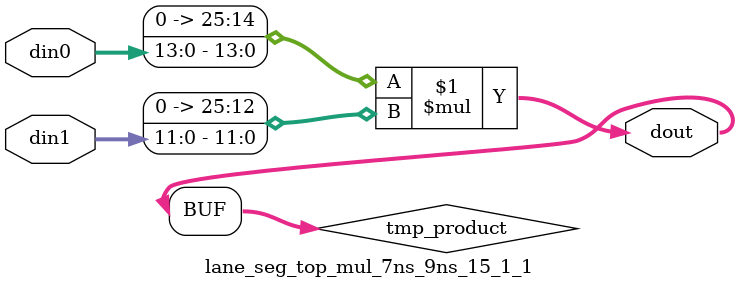
<source format=v>

`timescale 1 ns / 1 ps

  module lane_seg_top_mul_7ns_9ns_15_1_1(din0, din1, dout);
parameter ID = 1;
parameter NUM_STAGE = 0;
parameter din0_WIDTH = 14;
parameter din1_WIDTH = 12;
parameter dout_WIDTH = 26;

input [din0_WIDTH - 1 : 0] din0; 
input [din1_WIDTH - 1 : 0] din1; 
output [dout_WIDTH - 1 : 0] dout;

wire signed [dout_WIDTH - 1 : 0] tmp_product;










assign tmp_product = $signed({1'b0, din0}) * $signed({1'b0, din1});











assign dout = tmp_product;







endmodule

</source>
